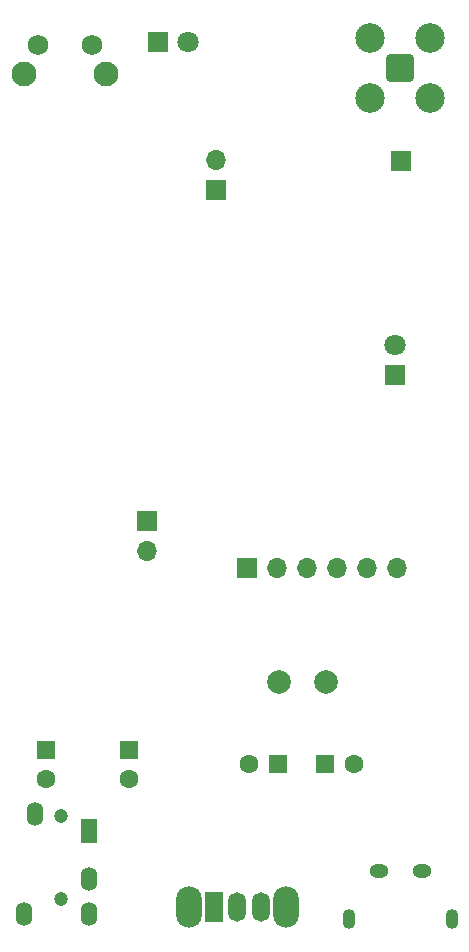
<source format=gbr>
%TF.GenerationSoftware,KiCad,Pcbnew,7.0.11+dfsg-1build4*%
%TF.CreationDate,2024-05-02T22:23:35+02:00*%
%TF.ProjectId,X1-01M-carrier,58312d30-314d-42d6-9361-72726965722e,rev?*%
%TF.SameCoordinates,Original*%
%TF.FileFunction,Soldermask,Top*%
%TF.FilePolarity,Negative*%
%FSLAX46Y46*%
G04 Gerber Fmt 4.6, Leading zero omitted, Abs format (unit mm)*
G04 Created by KiCad (PCBNEW 7.0.11+dfsg-1build4) date 2024-05-02 22:23:35*
%MOMM*%
%LPD*%
G01*
G04 APERTURE LIST*
G04 Aperture macros list*
%AMRoundRect*
0 Rectangle with rounded corners*
0 $1 Rounding radius*
0 $2 $3 $4 $5 $6 $7 $8 $9 X,Y pos of 4 corners*
0 Add a 4 corners polygon primitive as box body*
4,1,4,$2,$3,$4,$5,$6,$7,$8,$9,$2,$3,0*
0 Add four circle primitives for the rounded corners*
1,1,$1+$1,$2,$3*
1,1,$1+$1,$4,$5*
1,1,$1+$1,$6,$7*
1,1,$1+$1,$8,$9*
0 Add four rect primitives between the rounded corners*
20,1,$1+$1,$2,$3,$4,$5,0*
20,1,$1+$1,$4,$5,$6,$7,0*
20,1,$1+$1,$6,$7,$8,$9,0*
20,1,$1+$1,$8,$9,$2,$3,0*%
G04 Aperture macros list end*
%ADD10O,1.700000X1.700000*%
%ADD11R,1.700000X1.700000*%
%ADD12C,1.600000*%
%ADD13R,1.600000X1.600000*%
%ADD14C,1.200000*%
%ADD15O,1.400000X2.000000*%
%ADD16R,1.400000X2.000000*%
%ADD17O,2.200000X3.500000*%
%ADD18R,1.500000X2.500000*%
%ADD19O,1.500000X2.500000*%
%ADD20C,2.000000*%
%ADD21O,1.100000X1.700000*%
%ADD22O,1.600000X1.200000*%
%ADD23R,1.800000X1.800000*%
%ADD24C,1.800000*%
%ADD25C,1.750000*%
%ADD26C,2.100000*%
%ADD27C,2.500000*%
%ADD28RoundRect,0.200100X-0.949900X-0.949900X0.949900X-0.949900X0.949900X0.949900X-0.949900X0.949900X0*%
G04 APERTURE END LIST*
D10*
%TO.C,J2*%
X130023112Y-101645800D03*
D11*
X130023112Y-99105800D03*
%TD*%
D12*
%TO.C,C2*%
X128499112Y-120954800D03*
D13*
X128499112Y-118454800D03*
%TD*%
D14*
%TO.C,J1*%
X122784112Y-131090300D03*
X122784112Y-124090300D03*
D15*
X119584112Y-132390300D03*
X125084112Y-129390300D03*
X125084112Y-132390300D03*
X120584112Y-123890300D03*
D16*
X125084112Y-125390300D03*
%TD*%
D17*
%TO.C,SW1*%
X133579112Y-131749800D03*
X141779112Y-131749800D03*
D18*
X135679112Y-131749800D03*
D19*
X137679112Y-131749800D03*
X139679112Y-131749800D03*
%TD*%
D20*
%TO.C,L1*%
X145199112Y-112699800D03*
X141199112Y-112699800D03*
%TD*%
D21*
%TO.C,U1*%
X155847612Y-132823300D03*
X147157612Y-132823300D03*
D22*
X149697612Y-128743300D03*
X153317612Y-128743300D03*
%TD*%
D12*
%TO.C,C4*%
X147574000Y-119684800D03*
D13*
X145074000Y-119684800D03*
%TD*%
D12*
%TO.C,C3*%
X138659112Y-119684800D03*
D13*
X141159112Y-119684800D03*
%TD*%
D23*
%TO.C,D1*%
X130989112Y-58537300D03*
D24*
X133529112Y-58537300D03*
%TD*%
D25*
%TO.C,SW2*%
X125334112Y-58774800D03*
X120834112Y-58774800D03*
D26*
X126594112Y-61264800D03*
X119584112Y-61264800D03*
%TD*%
D27*
%TO.C,J3*%
X154026112Y-63251300D03*
X154026112Y-58171300D03*
X148946112Y-63251300D03*
X148946112Y-58171300D03*
D28*
X151486112Y-60711300D03*
%TD*%
D12*
%TO.C,C1*%
X121514112Y-120954800D03*
D13*
X121514112Y-118454800D03*
%TD*%
D11*
%TO.C,U2*%
X138532112Y-103047800D03*
D10*
X141072112Y-103047800D03*
X143612112Y-103047800D03*
X146152112Y-103047800D03*
X148692112Y-103047800D03*
X151232112Y-103047800D03*
D23*
X150992112Y-86757800D03*
D24*
X150992112Y-84217800D03*
D11*
X151542112Y-68587800D03*
D10*
X135892112Y-68547800D03*
D11*
X135892112Y-71087800D03*
%TD*%
M02*

</source>
